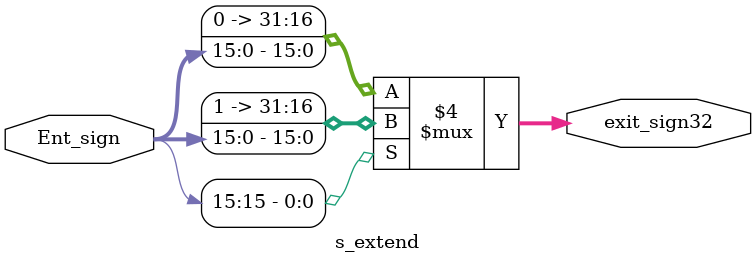
<source format=v>
`timescale 1ns/1ns

module s_extend (

	input [15:0] Ent_sign,
	output reg [31:0] exit_sign32
);
	
always @* begin
    if (Ent_sign[15] == 1'b1)  
        exit_sign32 = {16'b1111111111111111, Ent_sign}; 
    else  
        exit_sign32 = {16'b0000000000000000, Ent_sign}; 
end

endmodule
</source>
